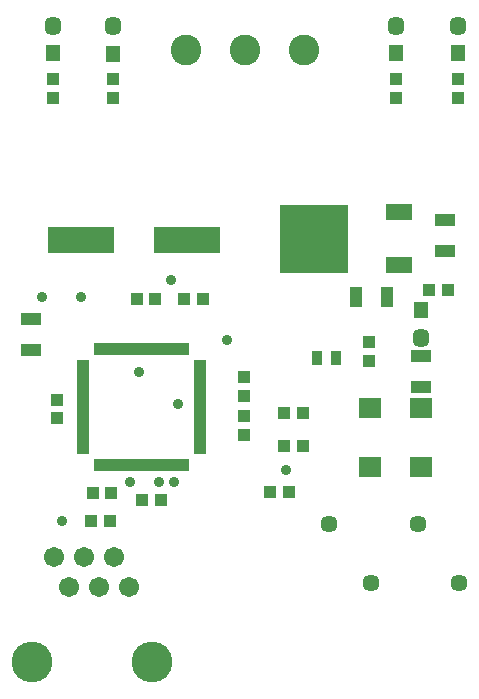
<source format=gts>
%FSLAX44Y44*%
%MOMM*%
G71*
G01*
G75*
G04 Layer_Color=8388736*
%ADD10R,0.8000X0.9000*%
%ADD11R,0.9000X0.8000*%
%ADD12R,1.5000X0.8000*%
%ADD13R,0.8000X1.5000*%
%ADD14R,1.1000X1.2500*%
G04:AMPARAMS|DCode=15|XSize=1.25mm|YSize=1.1mm|CornerRadius=0.275mm|HoleSize=0mm|Usage=FLASHONLY|Rotation=90.000|XOffset=0mm|YOffset=0mm|HoleType=Round|Shape=RoundedRectangle|*
%AMROUNDEDRECTD15*
21,1,1.2500,0.5500,0,0,90.0*
21,1,0.7000,1.1000,0,0,90.0*
1,1,0.5500,0.2750,0.3500*
1,1,0.5500,0.2750,-0.3500*
1,1,0.5500,-0.2750,-0.3500*
1,1,0.5500,-0.2750,0.3500*
%
%ADD15ROUNDEDRECTD15*%
%ADD16R,1.6800X1.5600*%
%ADD17R,0.8000X0.8000*%
%ADD18R,0.8000X0.8000*%
%ADD19R,0.7000X0.9500*%
%ADD20R,5.6000X5.6000*%
%ADD21R,2.0000X1.2000*%
%ADD22R,5.5000X2.0000*%
%ADD23R,0.3000X0.8500*%
%ADD24R,0.8500X0.3000*%
%ADD25C,0.2540*%
%ADD26C,1.0000*%
%ADD27C,1.2500*%
%ADD28C,2.4000*%
%ADD29C,3.2500*%
%ADD30C,1.5000*%
%ADD31C,0.7000*%
%ADD32C,0.1000*%
%ADD33C,0.2000*%
%ADD34C,0.2500*%
%ADD35C,0.3000*%
%ADD36R,1.0032X1.1032*%
%ADD37R,1.1032X1.0032*%
%ADD38R,1.7032X1.0032*%
%ADD39R,1.0032X1.7032*%
%ADD40R,1.3032X1.4532*%
G04:AMPARAMS|DCode=41|XSize=1.4532mm|YSize=1.3032mm|CornerRadius=0.3766mm|HoleSize=0mm|Usage=FLASHONLY|Rotation=90.000|XOffset=0mm|YOffset=0mm|HoleType=Round|Shape=RoundedRectangle|*
%AMROUNDEDRECTD41*
21,1,1.4532,0.5500,0,0,90.0*
21,1,0.7000,1.3032,0,0,90.0*
1,1,0.7532,0.2750,0.3500*
1,1,0.7532,0.2750,-0.3500*
1,1,0.7532,-0.2750,-0.3500*
1,1,0.7532,-0.2750,0.3500*
%
%ADD41ROUNDEDRECTD41*%
%ADD42R,1.8832X1.7632*%
%ADD43R,1.0032X1.0032*%
%ADD44R,1.0032X1.0032*%
%ADD45R,0.9032X1.1532*%
%ADD46R,5.8032X5.8032*%
%ADD47R,2.2032X1.4032*%
%ADD48R,5.7032X2.2032*%
%ADD49R,0.5032X1.0532*%
%ADD50R,1.0532X0.5032*%
%ADD51C,1.4532*%
%ADD52C,2.6032*%
%ADD53C,3.4532*%
%ADD54C,1.7032*%
%ADD55C,0.9032*%
D36*
X223250Y166500D02*
D03*
X239250D02*
D03*
X235000Y206000D02*
D03*
X251000D02*
D03*
X114750Y160000D02*
D03*
X130750D02*
D03*
X166500Y330000D02*
D03*
X150500D02*
D03*
X235000Y234000D02*
D03*
X251000D02*
D03*
X126250Y330000D02*
D03*
X110250D02*
D03*
X88010Y142240D02*
D03*
X72010D02*
D03*
D37*
X307000Y294000D02*
D03*
Y278000D02*
D03*
X201000Y248000D02*
D03*
Y264000D02*
D03*
X43000Y229000D02*
D03*
Y245000D02*
D03*
X201000Y231000D02*
D03*
Y215000D02*
D03*
D38*
X351000Y256000D02*
D03*
X351000Y282000D02*
D03*
X371000Y397000D02*
D03*
X371000Y371000D02*
D03*
X21000Y287000D02*
D03*
X21000Y313000D02*
D03*
D39*
X296000Y332000D02*
D03*
X322000Y332000D02*
D03*
D40*
X330200Y538160D02*
D03*
X90170Y537780D02*
D03*
X39370Y538160D02*
D03*
X351000Y320750D02*
D03*
X382270Y538160D02*
D03*
D41*
X330200Y561660D02*
D03*
X90170Y561280D02*
D03*
X39370Y561660D02*
D03*
X351000Y297250D02*
D03*
X382270Y561660D02*
D03*
D42*
X308000Y188000D02*
D03*
Y238000D02*
D03*
X351000D02*
D03*
Y188000D02*
D03*
D43*
X330200Y500000D02*
D03*
Y516000D02*
D03*
X90170Y500000D02*
D03*
Y516000D02*
D03*
X39370Y500000D02*
D03*
Y516000D02*
D03*
X382270Y500000D02*
D03*
Y516000D02*
D03*
D44*
X73000Y166000D02*
D03*
X89000D02*
D03*
X374000Y338000D02*
D03*
X358000D02*
D03*
D45*
X262750Y280000D02*
D03*
X279250D02*
D03*
D46*
X260250Y381250D02*
D03*
D47*
X332250Y403750D02*
D03*
Y358750D02*
D03*
D48*
X63000Y380000D02*
D03*
X153000D02*
D03*
D49*
X76800Y189760D02*
D03*
X81800D02*
D03*
X86800D02*
D03*
X91800D02*
D03*
X96800D02*
D03*
X101800D02*
D03*
X106800D02*
D03*
X111800D02*
D03*
X116800D02*
D03*
X121800D02*
D03*
X126800D02*
D03*
X131800D02*
D03*
X136800D02*
D03*
X141800D02*
D03*
X146800D02*
D03*
X151800D02*
D03*
X151800Y287760D02*
D03*
X146800D02*
D03*
X141800D02*
D03*
X136800D02*
D03*
X131800D02*
D03*
X126800D02*
D03*
X121800D02*
D03*
X116800D02*
D03*
X111800D02*
D03*
X106800D02*
D03*
X101800D02*
D03*
X96800D02*
D03*
X91800D02*
D03*
X86800D02*
D03*
X81800D02*
D03*
X76800Y287760D02*
D03*
D50*
X163800Y201260D02*
D03*
Y206260D02*
D03*
Y211260D02*
D03*
Y216260D02*
D03*
Y221260D02*
D03*
Y226260D02*
D03*
Y231260D02*
D03*
Y236260D02*
D03*
Y241260D02*
D03*
Y246260D02*
D03*
Y251260D02*
D03*
Y256260D02*
D03*
Y261260D02*
D03*
Y266260D02*
D03*
Y271260D02*
D03*
Y276260D02*
D03*
X65300D02*
D03*
Y271260D02*
D03*
Y266260D02*
D03*
Y261260D02*
D03*
Y256260D02*
D03*
Y251260D02*
D03*
Y246260D02*
D03*
Y241260D02*
D03*
Y236260D02*
D03*
Y231260D02*
D03*
Y226260D02*
D03*
Y221260D02*
D03*
Y216260D02*
D03*
Y211260D02*
D03*
Y206260D02*
D03*
Y201260D02*
D03*
D51*
X383499Y89999D02*
D03*
X348499Y139999D02*
D03*
X273499D02*
D03*
X308499Y89999D02*
D03*
D52*
X251930Y541020D02*
D03*
X201930D02*
D03*
X151930D02*
D03*
D53*
X123190Y22810D02*
D03*
X21590D02*
D03*
D54*
X66090Y111810D02*
D03*
X78790Y86410D02*
D03*
X53390D02*
D03*
X40690Y111810D02*
D03*
X91490D02*
D03*
X104190Y86410D02*
D03*
D55*
X47500Y142250D02*
D03*
X139500Y346500D02*
D03*
X187250Y295500D02*
D03*
X142259Y175259D02*
D03*
X129500Y175250D02*
D03*
X112000Y268000D02*
D03*
X145000Y241000D02*
D03*
X237000Y185000D02*
D03*
X30000Y332000D02*
D03*
X105000Y175000D02*
D03*
X63000Y332000D02*
D03*
M02*

</source>
